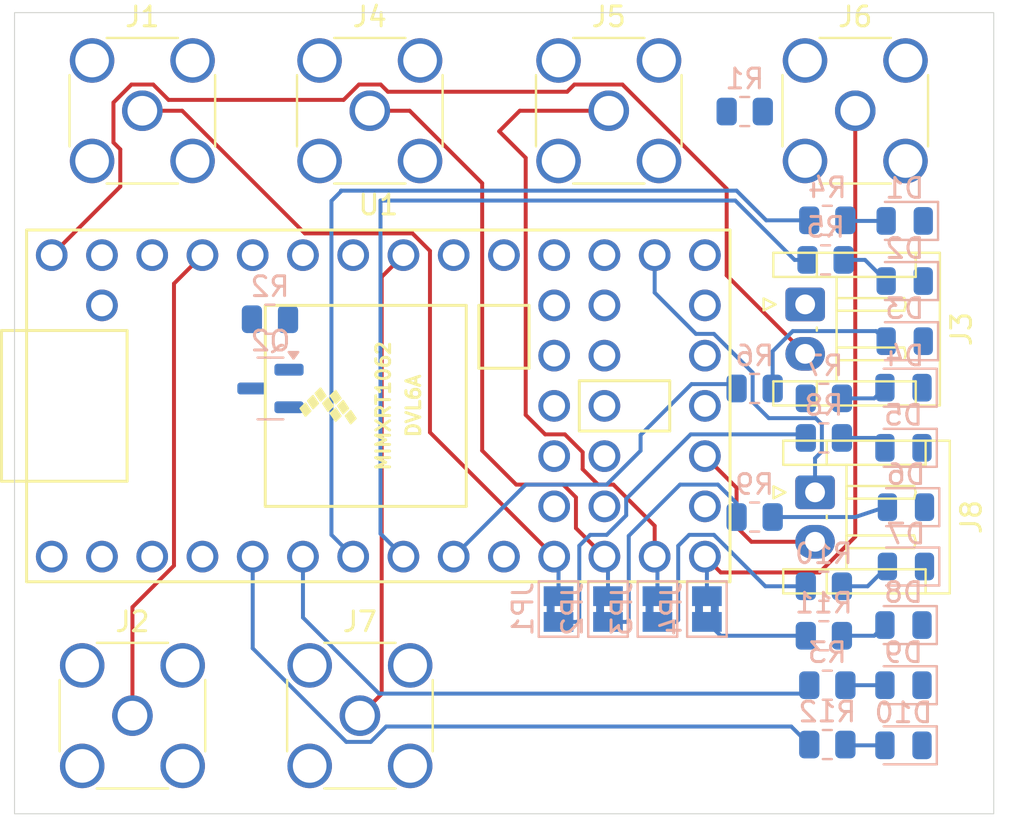
<source format=kicad_pcb>
(kicad_pcb (version 20240108) (generator "pcbnew") (generator_version "8.0")
  (layers (0 "F.Cu" signal) (31 "B.Cu" signal) (34 "B.Paste" user) (35 "F.Paste" user) (36 "B.SilkS" user "B.Silkscreen") (37 "F.SilkS" user "F.Silkscreen") (38 "B.Mask" user) (39 "F.Mask" user) (44 "Edge.Cuts" user))
  (net 0 "")
  (net 1 "/Laser -")
  (net 2 "/Laser +")
  (net 3 "/Laser Out")
  (net 4 "Net-(D1-A)")
  (net 5 "Net-(D2-A)")
  (net 6 "GND")
  (net 7 "Net-(D3-A)")
  (net 8 "Net-(D4-A)")
  (net 9 "Net-(D5-A)")
  (net 10 "Net-(D6-A)")
  (net 13 "Net-(D7-A)")
  (net 14 "Net-(D8-A)")
  (net 15 "Net-(D9-A)")
  (net 16 "Net-(D10-A)")
  (net 17 "/CH1{slash}LD3")
  (net 18 "/Ext. Trig. Inp.")
  (net 19 "/CH2{slash}LD2")
  (net 20 "/CH3{slash}LD1")
  (net 21 "/CH4{slash}LD_LSB")
  (net 22 "/Debug")
  (net 23 "+3.3V")
  (net 24 "/Photodet. Inp.")
  (net 25 "Net-(Q2-B)")
  (net 27 "/LD_Status")
  (net 28 "/LD_MSB")
  (net 29 "/LD6")
  (net 30 "/LD5")
  (net 31 "/LD4")
  (net 32 "/LD_Heartbeat")
  (net 55 "Net-(JP1-B)")
  (net 56 "Net-(JP2-B)")
  (net 57 "Net-(JP3-B)")
  (net 58 "Net-(JP4-B)")
  (footprint "Connector_Coaxial:SMA_Amphenol_132134_Vertical" (layer "F.Cu") (at 140 55.46)
    (property "Reference" "J6" (at 0 -4.75 0) (layer "F.SilkS"))
    (property "Value" "CH4 / Decimated Trig")
    (pad "1" thru_hole circle (at 0 0) (size 2.05 2.05) (drill 1.5) (layers "*.Cu" "*.Mask") (net 21 "/CH4{slash}LD_LSB"))
    (pad "2" thru_hole circle (at -2.54 -2.54) (size 2.25 2.25) (drill 1.7) (layers "*.Cu" "*.Mask") (net 6 "GND"))
    (pad "2" thru_hole circle (at -2.54 2.54) (size 2.25 2.25) (drill 1.7) (layers "*.Cu" "*.Mask") (net 6 "GND"))
    (pad "2" thru_hole circle (at 2.54 -2.54) (size 2.25 2.25) (drill 1.7) (layers "*.Cu" "*.Mask") (net 6 "GND"))
    (pad "2" thru_hole circle (at 2.54 2.54) (size 2.25 2.25) (drill 1.7) (layers "*.Cu" "*.Mask") (net 6 "GND"))
  )
  (footprint "Connector_Coaxial:SMA_Amphenol_132134_Vertical" (layer "F.Cu") (at 115.46 55.46)
    (property "Reference" "J4" (at 0 -4.75 0) (layer "F.SilkS"))
    (property "Value" "CH2")
    (pad "1" thru_hole circle (at 0 0) (size 2.05 2.05) (drill 1.5) (layers "*.Cu" "*.Mask") (net 19 "/CH2{slash}LD2"))
    (pad "2" thru_hole circle (at -2.54 -2.54) (size 2.25 2.25) (drill 1.7) (layers "*.Cu" "*.Mask") (net 6 "GND"))
    (pad "2" thru_hole circle (at -2.54 2.54) (size 2.25 2.25) (drill 1.7) (layers "*.Cu" "*.Mask") (net 6 "GND"))
    (pad "2" thru_hole circle (at 2.54 -2.54) (size 2.25 2.25) (drill 1.7) (layers "*.Cu" "*.Mask") (net 6 "GND"))
    (pad "2" thru_hole circle (at 2.54 2.54) (size 2.25 2.25) (drill 1.7) (layers "*.Cu" "*.Mask") (net 6 "GND"))
  )
  (footprint "Connector_Coaxial:SMA_Amphenol_132134_Vertical" (layer "F.Cu") (at 114.96 86.04)
    (property "Reference" "J7" (at 0 -4.75 0) (layer "F.SilkS"))
    (property "Value" "DEBUG")
    (pad "1" thru_hole circle (at 0 0) (size 2.05 2.05) (drill 1.5) (layers "*.Cu" "*.Mask") (net 22 "/Debug"))
    (pad "2" thru_hole circle (at -2.54 -2.54) (size 2.25 2.25) (drill 1.7) (layers "*.Cu" "*.Mask") (net 6 "GND"))
    (pad "2" thru_hole circle (at -2.54 2.54) (size 2.25 2.25) (drill 1.7) (layers "*.Cu" "*.Mask") (net 6 "GND"))
    (pad "2" thru_hole circle (at 2.54 -2.54) (size 2.25 2.25) (drill 1.7) (layers "*.Cu" "*.Mask") (net 6 "GND"))
    (pad "2" thru_hole circle (at 2.54 2.54) (size 2.25 2.25) (drill 1.7) (layers "*.Cu" "*.Mask") (net 6 "GND"))
  )
  (footprint "teensy:Teensy40" (layer "F.Cu") (at 115.89 70.38)
    (property "Reference" "U1" (at 0 -10.16 0) (layer "F.SilkS"))
    (property "Value" "Teensy4.0")
    (fp_text user "MIMXRT1062" (at 0.254 0 90) (layer "F.SilkS") (effects (font (size 0.7 0.7))))
    (fp_text user "DVL6A" (at 1.778 0 90) (layer "F.SilkS") (effects (font (size 0.7 0.7))))
    (pad "1" thru_hole circle (at -16.51 7.62) (size 1.6 1.6) (drill 1.1) (layers "*.Cu" "*.Mask") (net 6 "GND"))
    (pad "2" thru_hole circle (at -13.97 7.62) (size 1.6 1.6) (drill 1.1) (layers "*.Cu" "*.Mask"))
    (pad "3" thru_hole circle (at -11.43 7.62) (size 1.6 1.6) (drill 1.1) (layers "*.Cu" "*.Mask"))
    (pad "4" thru_hole circle (at -8.89 7.62) (size 1.6 1.6) (drill 1.1) (layers "*.Cu" "*.Mask"))
    (pad "5" thru_hole circle (at -6.35 7.62) (size 1.6 1.6) (drill 1.1) (layers "*.Cu" "*.Mask") (net 32 "/LD_Heartbeat"))
    (pad "6" thru_hole circle (at -3.81 7.62) (size 1.6 1.6) (drill 1.1) (layers "*.Cu" "*.Mask") (net 27 "/LD_Status"))
    (pad "7" thru_hole circle (at -1.27 7.62) (size 1.6 1.6) (drill 1.1) (layers "*.Cu" "*.Mask") (net 28 "/LD_MSB"))
    (pad "8" thru_hole circle (at 1.27 7.62) (size 1.6 1.6) (drill 1.1) (layers "*.Cu" "*.Mask") (net 29 "/LD6"))
    (pad "9" thru_hole circle (at 3.81 7.62) (size 1.6 1.6) (drill 1.1) (layers "*.Cu" "*.Mask") (net 30 "/LD5"))
    (pad "10" thru_hole circle (at 6.35 7.62) (size 1.6 1.6) (drill 1.1) (layers "*.Cu" "*.Mask") (net 31 "/LD4"))
    (pad "11" thru_hole circle (at 8.89 7.62) (size 1.6 1.6) (drill 1.1) (layers "*.Cu" "*.Mask") (net 17 "/CH1{slash}LD3"))
    (pad "12" thru_hole circle (at 11.43 7.62) (size 1.6 1.6) (drill 1.1) (layers "*.Cu" "*.Mask") (net 19 "/CH2{slash}LD2"))
    (pad "13" thru_hole circle (at 13.97 7.62) (size 1.6 1.6) (drill 1.1) (layers "*.Cu" "*.Mask") (net 20 "/CH3{slash}LD1"))
    (pad "14" thru_hole circle (at 16.51 7.62) (size 1.6 1.6) (drill 1.1) (layers "*.Cu" "*.Mask") (net 21 "/CH4{slash}LD_LSB"))
    (pad "15" thru_hole circle (at 16.51 5.08) (size 1.6 1.6) (drill 1.1) (layers "*.Cu" "*.Mask"))
    (pad "16" thru_hole circle (at 16.51 2.54) (size 1.6 1.6) (drill 1.1) (layers "*.Cu" "*.Mask") (net 23 "+3.3V"))
    (pad "17" thru_hole circle (at 16.51 0) (size 1.6 1.6) (drill 1.1) (layers "*.Cu" "*.Mask") (net 6 "GND"))
    (pad "18" thru_hole circle (at 16.51 -2.54) (size 1.6 1.6) (drill 1.1) (layers "*.Cu" "*.Mask"))
    (pad "19" thru_hole circle (at 16.51 -5.08) (size 1.6 1.6) (drill 1.1) (layers "*.Cu" "*.Mask"))
    (pad "20" thru_hole circle (at 16.51 -7.62) (size 1.6 1.6) (drill 1.1) (layers "*.Cu" "*.Mask"))
    (pad "21" thru_hole circle (at 13.97 -7.62) (size 1.6 1.6) (drill 1.1) (layers "*.Cu" "*.Mask") (net 24 "/Photodet. Inp."))
    (pad "22" thru_hole circle (at 11.43 -7.62) (size 1.6 1.6) (drill 1.1) (layers "*.Cu" "*.Mask"))
    (pad "23" thru_hole circle (at 8.89 -7.62) (size 1.6 1.6) (drill 1.1) (layers "*.Cu" "*.Mask"))
    (pad "24" thru_hole circle (at 6.35 -7.62) (size 1.6 1.6) (drill 1.1) (layers "*.Cu" "*.Mask"))
    (pad "25" thru_hole circle (at 3.81 -7.62) (size 1.6 1.6) (drill 1.1) (layers "*.Cu" "*.Mask"))
    (pad "26" thru_hole circle (at 1.27 -7.62) (size 1.6 1.6) (drill 1.1) (layers "*.Cu" "*.Mask") (net 22 "/Debug"))
    (pad "27" thru_hole circle (at -1.27 -7.62) (size 1.6 1.6) (drill 1.1) (layers "*.Cu" "*.Mask"))
    (pad "28" thru_hole circle (at -3.81 -7.62) (size 1.6 1.6) (drill 1.1) (layers "*.Cu" "*.Mask"))
    (pad "29" thru_hole circle (at -6.35 -7.62) (size 1.6 1.6) (drill 1.1) (layers "*.Cu" "*.Mask") (net 3 "/Laser Out"))
    (pad "30" thru_hole circle (at -8.89 -7.62) (size 1.6 1.6) (drill 1.1) (layers "*.Cu" "*.Mask") (net 18 "/Ext. Trig. Inp."))
    (pad "31" thru_hole circle (at -11.43 -7.62) (size 1.6 1.6) (drill 1.1) (layers "*.Cu" "*.Mask"))
    (pad "32" thru_hole circle (at -13.97 -7.62) (size 1.6 1.6) (drill 1.1) (layers "*.Cu" "*.Mask") (net 6 "GND"))
    (pad "33" thru_hole circle (at -16.51 -7.62) (size 1.6 1.6) (drill 1.1) (layers "*.Cu" "*.Mask") (net 2 "/Laser +"))
    (pad "34" thru_hole circle (at -13.97 -5.08) (size 1.6 1.6) (drill 1.1) (layers "*.Cu" "*.Mask"))
    (pad "35" thru_hole circle (at 11.43 -5.08) (size 1.6 1.6) (drill 1.1) (layers "*.Cu" "*.Mask"))
    (pad "36" thru_hole circle (at 8.89 -5.08) (size 1.6 1.6) (drill 1.1) (layers "*.Cu" "*.Mask"))
    (pad "37" thru_hole circle (at 11.43 -2.54) (size 1.6 1.6) (drill 1.1) (layers "*.Cu" "*.Mask"))
    (pad "38" thru_hole circle (at 8.89 -2.54) (size 1.6 1.6) (drill 1.1) (layers "*.Cu" "*.Mask"))
    (pad "39" thru_hole circle (at 11.43 0) (size 1.6 1.6) (drill 1.1) (layers "*.Cu" "*.Mask"))
    (pad "40" thru_hole circle (at 8.89 0) (size 1.6 1.6) (drill 1.1) (layers "*.Cu" "*.Mask"))
    (pad "41" thru_hole circle (at 11.43 2.54) (size 1.6 1.6) (drill 1.1) (layers "*.Cu" "*.Mask"))
    (pad "42" thru_hole circle (at 8.89 2.54) (size 1.6 1.6) (drill 1.1) (layers "*.Cu" "*.Mask"))
    (pad "43" thru_hole circle (at 11.43 5.08) (size 1.6 1.6) (drill 1.1) (layers "*.Cu" "*.Mask"))
    (pad "44" thru_hole circle (at 8.89 5.08) (size 1.6 1.6) (drill 1.1) (layers "*.Cu" "*.Mask"))
  )
  (footprint "Connector_JST:JST_EH_S2B-EH_1x02_P2.50mm_Horizontal" (layer "F.Cu") (at 137.4675 65.25 -90)
    (property "Reference" "J3" (at 1.25 -7.9 90) (layer "F.SilkS"))
    (property "Value" "LASER")
    (pad "1" thru_hole roundrect (at 0 0 270) (size 1.7 2) (drill 1) (layers "*.Cu" "*.Mask") (roundrect_rratio 0.147059) (net 1 "/Laser -"))
    (pad "2" thru_hole oval (at 2.5 0 270) (size 1.7 2) (drill 1) (layers "*.Cu" "*.Mask") (net 2 "/Laser +"))
  )
  (footprint "Connector_Coaxial:SMA_Amphenol_132134_Vertical" (layer "F.Cu") (at 103.96 55.46)
    (property "Reference" "J1" (at 0 -4.75 0) (layer "F.SilkS"))
    (property "Value" "CH1")
    (pad "1" thru_hole circle (at 0 0) (size 2.05 2.05) (drill 1.5) (layers "*.Cu" "*.Mask") (net 17 "/CH1{slash}LD3"))
    (pad "2" thru_hole circle (at -2.54 -2.54) (size 2.25 2.25) (drill 1.7) (layers "*.Cu" "*.Mask") (net 6 "GND"))
    (pad "2" thru_hole circle (at -2.54 2.54) (size 2.25 2.25) (drill 1.7) (layers "*.Cu" "*.Mask") (net 6 "GND"))
    (pad "2" thru_hole circle (at 2.54 -2.54) (size 2.25 2.25) (drill 1.7) (layers "*.Cu" "*.Mask") (net 6 "GND"))
    (pad "2" thru_hole circle (at 2.54 2.54) (size 2.25 2.25) (drill 1.7) (layers "*.Cu" "*.Mask") (net 6 "GND"))
  )
  (footprint "Connector_Coaxial:SMA_Amphenol_132134_Vertical" (layer "F.Cu") (at 103.46 86.04)
    (property "Reference" "J2" (at 0 -4.75 0) (layer "F.SilkS"))
    (property "Value" "TRIG INP")
    (pad "1" thru_hole circle (at 0 0) (size 2.05 2.05) (drill 1.5) (layers "*.Cu" "*.Mask") (net 18 "/Ext. Trig. Inp."))
    (pad "2" thru_hole circle (at -2.54 -2.54) (size 2.25 2.25) (drill 1.7) (layers "*.Cu" "*.Mask") (net 6 "GND"))
    (pad "2" thru_hole circle (at -2.54 2.54) (size 2.25 2.25) (drill 1.7) (layers "*.Cu" "*.Mask") (net 6 "GND"))
    (pad "2" thru_hole circle (at 2.54 -2.54) (size 2.25 2.25) (drill 1.7) (layers "*.Cu" "*.Mask") (net 6 "GND"))
    (pad "2" thru_hole circle (at 2.54 2.54) (size 2.25 2.25) (drill 1.7) (layers "*.Cu" "*.Mask") (net 6 "GND"))
  )
  (footprint "Connector_JST:JST_EH_S2B-EH_1x02_P2.50mm_Horizontal" (layer "F.Cu") (at 137.9675 74.75 -90)
    (property "Reference" "J8" (at 1.25 -7.9 90) (layer "F.SilkS"))
    (property "Value" "PHOTOTRANSISTOR")
    (pad "1" thru_hole roundrect (at 0 0 270) (size 1.7 2) (drill 1) (layers "*.Cu" "*.Mask") (roundrect_rratio 0.147059) (net 24 "/Photodet. Inp."))
    (pad "2" thru_hole oval (at 2.5 0 270) (size 1.7 2) (drill 1) (layers "*.Cu" "*.Mask") (net 23 "+3.3V"))
  )
  (footprint "Connector_Coaxial:SMA_Amphenol_132134_Vertical" (layer "F.Cu") (at 127.54 55.46)
    (property "Reference" "J5" (at 0 -4.75 0) (layer "F.SilkS"))
    (property "Value" "CH3")
    (pad "1" thru_hole circle (at 0 0) (size 2.05 2.05) (drill 1.5) (layers "*.Cu" "*.Mask") (net 20 "/CH3{slash}LD1"))
    (pad "2" thru_hole circle (at -2.54 -2.54) (size 2.25 2.25) (drill 1.7) (layers "*.Cu" "*.Mask") (net 6 "GND"))
    (pad "2" thru_hole circle (at -2.54 2.54) (size 2.25 2.25) (drill 1.7) (layers "*.Cu" "*.Mask") (net 6 "GND"))
    (pad "2" thru_hole circle (at 2.54 -2.54) (size 2.25 2.25) (drill 1.7) (layers "*.Cu" "*.Mask") (net 6 "GND"))
    (pad "2" thru_hole circle (at 2.54 2.54) (size 2.25 2.25) (drill 1.7) (layers "*.Cu" "*.Mask") (net 6 "GND"))
  )
  (footprint "Jumper:SolderJumper-2_P1.3mm_Bridged2Bar_Pad1.0x1.5mm" (layer "B.Cu") (at 130 80.65 -90)
    (property "Reference" "JP3" (at 0 1.8 90) (layer "B.SilkS") (effects (justify mirror)))
    (property "Value" "Isolator")
    (fp_poly (pts (xy -0.25 0.6) (xy 0.25 0.6) (xy 0.25 0.2) (xy -0.25 0.2)) (fill solid) (layer "B.Cu"))
    (fp_poly (pts (xy -0.25 -0.2) (xy 0.25 -0.2) (xy 0.25 -0.6) (xy -0.25 -0.6)) (fill solid) (layer "B.Cu"))
    (pad "1" smd rect (at -0.65 0 270) (size 1 1.5) (layers "B.Cu" "B.Mask") (net 20 "/CH3{slash}LD1"))
    (pad "2" smd rect (at 0.65 0 270) (size 1 1.5) (layers "B.Cu" "B.Mask") (net 57 "Net-(JP3-B)"))
  )
  (footprint "LED_SMD:LED_0805_2012Metric" (layer "B.Cu") (at 142.5 67.11 180)
    (property "Reference" "D3" (at 0 1.65 180) (layer "B.SilkS") (effects (justify mirror)))
    (property "Value" "LED")
    (pad "1" smd roundrect (at -0.9375 0 180) (size 0.975 1.4) (layers "B.Cu" "B.Paste" "B.Mask") (net 6 "GND"))
    (pad "2" smd roundrect (at 0.9375 0 180) (size 0.975 1.4) (layers "B.Cu" "B.Paste" "B.Mask") (net 7 "Net-(D3-A)"))
  )
  (footprint "Resistor_SMD:R_0805_2012Metric" (layer "B.Cu") (at 138.4125 82 180)
    (property "Reference" "R11" (at 0 1.65 180) (layer "B.SilkS") (effects (justify mirror)))
    (property "Value" "330R")
    (pad "1" smd roundrect (at -0.9125 0 180) (size 1.025 1.4) (layers "B.Cu" "B.Paste" "B.Mask") (roundrect_rratio 0.243902) (net 14 "Net-(D8-A)"))
    (pad "2" smd roundrect (at 0.9125 0 180) (size 1.025 1.4) (layers "B.Cu" "B.Paste" "B.Mask") (roundrect_rratio 0.243902) (net 58 "Net-(JP4-B)"))
  )
  (footprint "Package_TO_SOT_SMD:SOT-23" (layer "B.Cu") (at 110.4375 69.5 180)
    (property "Reference" "Q2" (at 0 2.4 180) (layer "B.SilkS") (effects (justify mirror)))
    (property "Value" "Q_NPN_BCE")
    (pad "1" smd roundrect (at -0.9375 0.95 180) (size 1.475 0.6) (layers "B.Cu" "B.Paste" "B.Mask") (net 25 "Net-(Q2-B)"))
    (pad "2" smd roundrect (at -0.9375 -0.95 180) (size 1.475 0.6) (layers "B.Cu" "B.Paste" "B.Mask") (net 1 "/Laser -"))
    (pad "3" smd roundrect (at 0.9375 0 180) (size 1.475 0.6) (layers "B.Cu" "B.Paste" "B.Mask") (net 6 "GND"))
  )
  (footprint "LED_SMD:LED_0805_2012Metric" (layer "B.Cu") (at 142.5625 75.5 180)
    (property "Reference" "D6" (at 0 1.65 180) (layer "B.SilkS") (effects (justify mirror)))
    (property "Value" "LED")
    (pad "1" smd roundrect (at -0.9375 0 180) (size 0.975 1.4) (layers "B.Cu" "B.Paste" "B.Mask") (net 6 "GND"))
    (pad "2" smd roundrect (at 0.9375 0 180) (size 0.975 1.4) (layers "B.Cu" "B.Paste" "B.Mask") (net 10 "Net-(D6-A)"))
  )
  (footprint "Resistor_SMD:R_0805_2012Metric" (layer "B.Cu") (at 138.5875 87.5 180)
    (property "Reference" "R12" (at 0 1.65 180) (layer "B.SilkS") (effects (justify mirror)))
    (property "Value" "330R")
    (pad "1" smd roundrect (at -0.9125 0 180) (size 1.025 1.4) (layers "B.Cu" "B.Paste" "B.Mask") (roundrect_rratio 0.243902) (net 16 "Net-(D10-A)"))
    (pad "2" smd roundrect (at 0.9125 0 180) (size 1.025 1.4) (layers "B.Cu" "B.Paste" "B.Mask") (roundrect_rratio 0.243902) (net 32 "/LD_Heartbeat"))
  )
  (footprint "LED_SMD:LED_0805_2012Metric" (layer "B.Cu") (at 142.5 61.03 180)
    (property "Reference" "D1" (at 0 1.65 180) (layer "B.SilkS") (effects (justify mirror)))
    (property "Value" "LED")
    (pad "1" smd roundrect (at -0.9375 0 180) (size 0.975 1.4) (layers "B.Cu" "B.Paste" "B.Mask") (net 6 "GND"))
    (pad "2" smd roundrect (at 0.9375 0 180) (size 0.975 1.4) (layers "B.Cu" "B.Paste" "B.Mask") (net 4 "Net-(D1-A)"))
  )
  (footprint "LED_SMD:LED_0805_2012Metric" (layer "B.Cu") (at 142.4375 84.5 180)
    (property "Reference" "D9" (at 0 1.65 180) (layer "B.SilkS") (effects (justify mirror)))
    (property "Value" "LED_Status")
    (pad "1" smd roundrect (at -0.9375 0 180) (size 0.975 1.4) (layers "B.Cu" "B.Paste" "B.Mask") (net 6 "GND"))
    (pad "2" smd roundrect (at 0.9375 0 180) (size 0.975 1.4) (layers "B.Cu" "B.Paste" "B.Mask") (net 15 "Net-(D9-A)"))
  )
  (footprint "LED_SMD:LED_0805_2012Metric" (layer "B.Cu") (at 142.4375 87.54 180)
    (property "Reference" "D10" (at 0 1.65 180) (layer "B.SilkS") (effects (justify mirror)))
    (property "Value" "LED_Heartbeat")
    (pad "1" smd roundrect (at -0.9375 0 180) (size 0.975 1.4) (layers "B.Cu" "B.Paste" "B.Mask") (net 6 "GND"))
    (pad "2" smd roundrect (at 0.9375 0 180) (size 0.975 1.4) (layers "B.Cu" "B.Paste" "B.Mask") (net 16 "Net-(D10-A)"))
  )
  (footprint "Resistor_SMD:R_0805_2012Metric" (layer "B.Cu") (at 138.5875 61 180)
    (property "Reference" "R4" (at 0 1.65 180) (layer "B.SilkS") (effects (justify mirror)))
    (property "Value" "330R")
    (pad "1" smd roundrect (at -0.9125 0 180) (size 1.025 1.4) (layers "B.Cu" "B.Paste" "B.Mask") (roundrect_rratio 0.243902) (net 4 "Net-(D1-A)"))
    (pad "2" smd roundrect (at 0.9125 0 180) (size 1.025 1.4) (layers "B.Cu" "B.Paste" "B.Mask") (roundrect_rratio 0.243902) (net 28 "/LD_MSB"))
  )
  (footprint "Resistor_SMD:R_0805_2012Metric" (layer "B.Cu") (at 110.4125 66 180)
    (property "Reference" "R2" (at 0 1.65 180) (layer "B.SilkS") (effects (justify mirror)))
    (property "Value" "1K")
    (pad "1" smd roundrect (at -0.9125 0 180) (size 1.025 1.4) (layers "B.Cu" "B.Paste" "B.Mask") (roundrect_rratio 0.243902) (net 25 "Net-(Q2-B)"))
    (pad "2" smd roundrect (at 0.9125 0 180) (size 1.025 1.4) (layers "B.Cu" "B.Paste" "B.Mask") (roundrect_rratio 0.243902) (net 3 "/Laser Out"))
  )
  (footprint "LED_SMD:LED_0805_2012Metric" (layer "B.Cu") (at 142.5 64.07 180)
    (property "Reference" "D2" (at 0 1.65 180) (layer "B.SilkS") (effects (justify mirror)))
    (property "Value" "LED")
    (pad "1" smd roundrect (at -0.9375 0 180) (size 0.975 1.4) (layers "B.Cu" "B.Paste" "B.Mask") (net 6 "GND"))
    (pad "2" smd roundrect (at 0.9375 0 180) (size 0.975 1.4) (layers "B.Cu" "B.Paste" "B.Mask") (net 5 "Net-(D2-A)"))
  )
  (footprint "Resistor_SMD:R_0805_2012Metric" (layer "B.Cu") (at 138.4125 70 180)
    (property "Reference" "R7" (at 0 1.65 180) (layer "B.SilkS") (effects (justify mirror)))
    (property "Value" "330R")
    (pad "1" smd roundrect (at -0.9125 0 180) (size 1.025 1.4) (layers "B.Cu" "B.Paste" "B.Mask") (roundrect_rratio 0.243902) (net 8 "Net-(D4-A)"))
    (pad "2" smd roundrect (at 0.9125 0 180) (size 1.025 1.4) (layers "B.Cu" "B.Paste" "B.Mask") (roundrect_rratio 0.243902) (net 31 "/LD4"))
  )
  (footprint "LED_SMD:LED_0805_2012Metric" (layer "B.Cu") (at 142.4375 69.46 180)
    (property "Reference" "D4" (at -0.0625 1.61 180) (layer "B.SilkS") (effects (justify mirror)))
    (property "Value" "LED")
    (pad "1" smd roundrect (at -0.9375 0 180) (size 0.975 1.4) (layers "B.Cu" "B.Paste" "B.Mask") (net 6 "GND"))
    (pad "2" smd roundrect (at 0.9375 0 180) (size 0.975 1.4) (layers "B.Cu" "B.Paste" "B.Mask") (net 8 "Net-(D4-A)"))
  )
  (footprint "Jumper:SolderJumper-2_P1.3mm_Bridged2Bar_Pad1.0x1.5mm" (layer "B.Cu") (at 132.5 80.65 -90)
    (property "Reference" "JP4" (at 0 1.8 90) (layer "B.SilkS") (effects (justify mirror)))
    (property "Value" "Isolator")
    (fp_poly (pts (xy -0.25 0.6) (xy 0.25 0.6) (xy 0.25 0.2) (xy -0.25 0.2)) (fill solid) (layer "B.Cu"))
    (fp_poly (pts (xy -0.25 -0.2) (xy 0.25 -0.2) (xy 0.25 -0.6) (xy -0.25 -0.6)) (fill solid) (layer "B.Cu"))
    (pad "1" smd rect (at -0.65 0 270) (size 1 1.5) (layers "B.Cu" "B.Mask") (net 21 "/CH4{slash}LD_LSB"))
    (pad "2" smd rect (at 0.65 0 270) (size 1 1.5) (layers "B.Cu" "B.Mask") (net 58 "Net-(JP4-B)"))
  )
  (footprint "LED_SMD:LED_0805_2012Metric" (layer "B.Cu") (at 142.5625 78.5 180)
    (property "Reference" "D7" (at 0 1.65 180) (layer "B.SilkS") (effects (justify mirror)))
    (property "Value" "LED")
    (pad "1" smd roundrect (at -0.9375 0 180) (size 0.975 1.4) (layers "B.Cu" "B.Paste" "B.Mask") (net 6 "GND"))
    (pad "2" smd roundrect (at 0.9375 0 180) (size 0.975 1.4) (layers "B.Cu" "B.Paste" "B.Mask") (net 13 "Net-(D7-A)"))
  )
  (footprint "Resistor_SMD:R_0805_2012Metric" (layer "B.Cu") (at 138.5 63 180)
    (property "Reference" "R5" (at 0 1.65 180) (layer "B.SilkS") (effects (justify mirror)))
    (property "Value" "330R")
    (pad "1" smd roundrect (at -0.9125 0 180) (size 1.025 1.4) (layers "B.Cu" "B.Paste" "B.Mask") (roundrect_rratio 0.243902) (net 5 "Net-(D2-A)"))
    (pad "2" smd roundrect (at 0.9125 0 180) (size 1.025 1.4) (layers "B.Cu" "B.Paste" "B.Mask") (roundrect_rratio 0.243902) (net 29 "/LD6"))
  )
  (footprint "Resistor_SMD:R_0805_2012Metric" (layer "B.Cu") (at 134.4125 55.5 180)
    (property "Reference" "R1" (at 0 1.65 180) (layer "B.SilkS") (effects (justify mirror)))
    (property "Value" "R_Variable")
    (pad "1" smd roundrect (at -0.9125 0 180) (size 1.025 1.4) (layers "B.Cu" "B.Paste" "B.Mask") (roundrect_rratio 0.243902) (net 6 "GND"))
    (pad "2" smd roundrect (at 0.9125 0 180) (size 1.025 1.4) (layers "B.Cu" "B.Paste" "B.Mask") (roundrect_rratio 0.243902) (net 24 "/Photodet. Inp."))
  )
  (footprint "LED_SMD:LED_0805_2012Metric" (layer "B.Cu") (at 142.4375 81.46 180)
    (property "Reference" "D8" (at 0 1.65 180) (layer "B.SilkS") (effects (justify mirror)))
    (property "Value" "LED")
    (pad "1" smd roundrect (at -0.9375 0 180) (size 0.975 1.4) (layers "B.Cu" "B.Paste" "B.Mask") (net 6 "GND"))
    (pad "2" smd roundrect (at 0.9375 0 180) (size 0.975 1.4) (layers "B.Cu" "B.Paste" "B.Mask") (net 14 "Net-(D8-A)"))
  )
  (footprint "Resistor_SMD:R_0805_2012Metric" (layer "B.Cu") (at 138.4125 79.5 180)
    (property "Reference" "R10" (at 0 1.65 180) (layer "B.SilkS") (effects (justify mirror)))
    (property "Value" "330R")
    (pad "1" smd roundrect (at -0.9125 0 180) (size 1.025 1.4) (layers "B.Cu" "B.Paste" "B.Mask") (roundrect_rratio 0.243902) (net 13 "Net-(D7-A)"))
    (pad "2" smd roundrect (at 0.9125 0 180) (size 1.025 1.4) (layers "B.Cu" "B.Paste" "B.Mask") (roundrect_rratio 0.243902) (net 57 "Net-(JP3-B)"))
  )
  (footprint "Jumper:SolderJumper-2_P1.3mm_Bridged2Bar_Pad1.0x1.5mm" (layer "B.Cu") (at 127.5 80.65 -90)
    (property "Reference" "JP2" (at 0 1.8 90) (layer "B.SilkS") (effects (justify mirror)))
    (property "Value" "Isolator")
    (fp_poly (pts (xy -0.25 0.6) (xy 0.25 0.6) (xy 0.25 0.2) (xy -0.25 0.2)) (fill solid) (layer "B.Cu"))
    (fp_poly (pts (xy -0.25 -0.2) (xy 0.25 -0.2) (xy 0.25 -0.6) (xy -0.25 -0.6)) (fill solid) (layer "B.Cu"))
    (pad "1" smd rect (at -0.65 0 270) (size 1 1.5) (layers "B.Cu" "B.Mask") (net 19 "/CH2{slash}LD2"))
    (pad "2" smd rect (at 0.65 0 270) (size 1 1.5) (layers "B.Cu" "B.Mask") (net 56 "Net-(JP2-B)"))
  )
  (footprint "LED_SMD:LED_0805_2012Metric" (layer "B.Cu") (at 142.4375 72.5 180)
    (property "Reference" "D5" (at 0 1.65 180) (layer "B.SilkS") (effects (justify mirror)))
    (property "Value" "LED")
    (pad "1" smd roundrect (at -0.9375 0 180) (size 0.975 1.4) (layers "B.Cu" "B.Paste" "B.Mask") (net 6 "GND"))
    (pad "2" smd roundrect (at 0.9375 0 180) (size 0.975 1.4) (layers "B.Cu" "B.Paste" "B.Mask") (net 9 "Net-(D5-A)"))
  )
  (footprint "Resistor_SMD:R_0805_2012Metric" (layer "B.Cu") (at 138.5875 84.5 180)
    (property "Reference" "R3" (at 0 1.65 180) (layer "B.SilkS") (effects (justify mirror)))
    (property "Value" "330R")
    (pad "1" smd roundrect (at -0.9125 0 180) (size 1.025 1.4) (layers "B.Cu" "B.Paste" "B.Mask") (roundrect_rratio 0.243902) (net 15 "Net-(D9-A)"))
    (pad "2" smd roundrect (at 0.9125 0 180) (size 1.025 1.4) (layers "B.Cu" "B.Paste" "B.Mask") (roundrect_rratio 0.243902) (net 27 "/LD_Status"))
  )
  (footprint "Jumper:SolderJumper-2_P1.3mm_Bridged2Bar_Pad1.0x1.5mm" (layer "B.Cu") (at 125 80.65 -90)
    (property "Reference" "JP1" (at 0 1.8 90) (layer "B.SilkS") (effects (justify mirror)))
    (property "Value" "Isolator")
    (fp_poly (pts (xy -0.25 0.6) (xy 0.25 0.6) (xy 0.25 0.2) (xy -0.25 0.2)) (fill solid) (layer "B.Cu"))
    (fp_poly (pts (xy -0.25 -0.2) (xy 0.25 -0.2) (xy 0.25 -0.6) (xy -0.25 -0.6)) (fill solid) (layer "B.Cu"))
    (pad "1" smd rect (at -0.65 0 270) (size 1 1.5) (layers "B.Cu" "B.Mask") (net 17 "/CH1{slash}LD3"))
    (pad "2" smd rect (at 0.65 0 270) (size 1 1.5) (layers "B.Cu" "B.Mask") (net 55 "Net-(JP1-B)"))
  )
  (footprint "Resistor_SMD:R_0805_2012Metric" (layer "B.Cu") (at 134.9125 69.5 180)
    (property "Reference" "R6" (at 0 1.65 180) (layer "B.SilkS") (effects (justify mirror)))
    (property "Value" "330R")
    (pad "1" smd roundrect (at -0.9125 0 180) (size 1.025 1.4) (layers "B.Cu" "B.Paste" "B.Mask") (roundrect_rratio 0.243902) (net 7 "Net-(D3-A)"))
    (pad "2" smd roundrect (at 0.9125 0 180) (size 1.025 1.4) (layers "B.Cu" "B.Paste" "B.Mask") (roundrect_rratio 0.243902) (net 30 "/LD5"))
  )
  (footprint "Resistor_SMD:R_0805_2012Metric" (layer "B.Cu") (at 138.4125 72 180)
    (property "Reference" "R8" (at 0 1.65 180) (layer "B.SilkS") (effects (justify mirror)))
    (property "Value" "330R")
    (pad "1" smd roundrect (at -0.9125 0 180) (size 1.025 1.4) (layers "B.Cu" "B.Paste" "B.Mask") (roundrect_rratio 0.243902) (net 9 "Net-(D5-A)"))
    (pad "2" smd roundrect (at 0.9125 0 180) (size 1.025 1.4) (layers "B.Cu" "B.Paste" "B.Mask") (roundrect_rratio 0.243902) (net 55 "Net-(JP1-B)"))
  )
  (footprint "Resistor_SMD:R_0805_2012Metric" (layer "B.Cu") (at 134.9125 76 180)
    (property "Reference" "R9" (at 0 1.65 180) (layer "B.SilkS") (effects (justify mirror)))
    (property "Value" "330R")
    (pad "1" smd roundrect (at -0.9125 0 180) (size 1.025 1.4) (layers "B.Cu" "B.Paste" "B.Mask") (roundrect_rratio 0.243902) (net 10 "Net-(D6-A)"))
    (pad "2" smd roundrect (at 0.9125 0 180) (size 1.025 1.4) (layers "B.Cu" "B.Paste" "B.Mask") (roundrect_rratio 0.243902) (net 56 "Net-(JP2-B)"))
  )
  (gr_line (start 136 76) (end 140 76) (stroke (width 0.2)) (layer "B.Cu") (net 10))
  (gr_line (start 127.5 80) (end 127.5 78.5) (stroke (width 0.2)) (layer "B.Cu") (net 19))
  (gr_line (start 140 76) (end 141.5 75.5) (stroke (width 0.2)) (layer "B.Cu") (net 10))
  (gr_line (start 125 80) (end 125 78.5) (stroke (width 0.2)) (layer "B.Cu") (net 17))
  (gr_line (start 130 80) (end 130 78.5) (stroke (width 0.2)) (layer "B.Cu") (net 20))
  (gr_line (start 132.5 80) (end 132.5 78.5) (stroke (width 0.2)) (layer "B.Cu") (net 21))
  (gr_rect (start 97.5 50.5) (end 147 91) (stroke (width 0.05)) (fill none) (layer "Edge.Cuts"))
  (segment (start 116.373833 54.5) (end 116.008833 54.135) (width 0.2) (layer "F.Cu") (net 2))
  (segment (start 102.845 57.409745) (end 102.845 59.295) (width 0.2) (layer "F.Cu") (net 2))
  (segment (start 133.5 59.404745) (end 128.230255 54.135) (width 0.2) (layer "F.Cu") (net 2))
  (segment (start 102.5 55.046167) (end 102.5 57.064745) (width 0.2) (layer "F.Cu") (net 2))
  (segment (start 137.4675 67.75) (end 133.5 63.7825) (width 0.2) (layer "F.Cu") (net 2))
  (segment (start 114.911167 54.135) (end 114.135 54.911167) (width 0.2) (layer "F.Cu") (net 2))
  (segment (start 128.230255 54.135) (end 125.800255 54.135) (width 0.2) (layer "F.Cu") (net 2))
  (segment (start 102.845 59.295) (end 99.38 62.76) (width 0.2) (layer "F.Cu") (net 2))
  (segment (start 103.411167 54.135) (end 102.5 55.046167) (width 0.2) (layer "F.Cu") (net 2))
  (segment (start 125.800255 54.135) (end 125.435255 54.5) (width 0.2) (layer "F.Cu") (net 2))
  (segment (start 133.5 63.7825) (end 133.5 59.404745) (width 0.2) (layer "F.Cu") (net 2))
  (segment (start 104.508833 54.135) (end 103.411167 54.135) (width 0.2) (layer "F.Cu") (net 2))
  (segment (start 114.135 54.911167) (end 105.285 54.911167) (width 0.2) (layer "F.Cu") (net 2))
  (segment (start 105.285 54.911167) (end 104.508833 54.135) (width 0.2) (layer "F.Cu") (net 2))
  (segment (start 102.5 57.064745) (end 102.845 57.409745) (width 0.2) (layer "F.Cu") (net 2))
  (segment (start 125.435255 54.5) (end 116.373833 54.5) (width 0.2) (layer "F.Cu") (net 2))
  (segment (start 116.008833 54.135) (end 114.911167 54.135) (width 0.2) (layer "F.Cu") (net 2))
  (segment (start 139.53 61.03) (end 139.5 61) (width 0.2) (layer "B.Cu") (net 4))
  (segment (start 141.5625 61.03) (end 139.53 61.03) (width 0.2) (layer "B.Cu") (net 4))
  (segment (start 141.5625 64.07) (end 140.4925 63) (width 0.2) (layer "B.Cu") (net 5))
  (segment (start 140.4925 63) (end 139.4125 63) (width 0.2) (layer "B.Cu") (net 5))
  (segment (start 141.0525 66.6) (end 136.841154 66.6) (width 0.2) (layer "B.Cu") (net 7))
  (segment (start 136.841154 66.6) (end 135.825 67.616154) (width 0.2) (layer "B.Cu") (net 7))
  (segment (start 141.5625 67.11) (end 141.0525 66.6) (width 0.2) (layer "B.Cu") (net 7))
  (segment (start 135.825 67.616154) (end 135.825 69.5) (width 0.2) (layer "B.Cu") (net 7))
  (segment (start 140.96 70) (end 139.325 70) (width 0.2) (layer "B.Cu") (net 8))
  (segment (start 141.5 69.46) (end 140.96 70) (width 0.2) (layer "B.Cu") (net 8))
  (segment (start 141 72) (end 139.325 72) (width 0.2) (layer "B.Cu") (net 9))
  (segment (start 141.5 72.5) (end 141 72) (width 0.2) (layer "B.Cu") (net 9))
  (segment (start 140.625 79.5) (end 139.325 79.5) (width 0.2) (layer "B.Cu") (net 13))
  (segment (start 141.625 78.5) (end 140.625 79.5) (width 0.2) (layer "B.Cu") (net 13))
  (segment (start 141.5 81.46) (end 140.96 82) (width 0.2) (layer "B.Cu") (net 14))
  (segment (start 140.96 82) (end 139.325 82) (width 0.2) (layer "B.Cu") (net 14))
  (segment (start 141.5 84.5) (end 139.5 84.5) (width 0.2) (layer "B.Cu") (net 15))
  (segment (start 141.5 87.54) (end 139.54 87.54) (width 0.2) (layer "B.Cu") (net 16))
  (segment (start 139.54 87.54) (end 139.5 87.5) (width 0.2) (layer "B.Cu") (net 16))
  (segment (start 103.96 55.46) (end 105.975255 55.46) (width 0.2) (layer "F.Cu") (net 17))
  (segment (start 112.175255 61.66) (end 117.615635 61.66) (width 0.2) (layer "F.Cu") (net 17))
  (segment (start 117.615635 61.66) (end 118.5 62.544365) (width 0.2) (layer "F.Cu") (net 17))
  (segment (start 118.5 62.544365) (end 118.5 71.72) (width 0.2) (layer "F.Cu") (net 17))
  (segment (start 105.975255 55.46) (end 112.175255 61.66) (width 0.2) (layer "F.Cu") (net 17))
  (segment (start 118.5 71.72) (end 124.78 78) (width 0.2) (layer "F.Cu") (net 17))
  (segment (start 103.46 80.555635) (end 105.56 78.455635) (width 0.2) (layer "F.Cu") (net 18))
  (segment (start 105.56 78.455635) (end 105.56 64.2) (width 0.2) (layer "F.Cu") (net 18))
  (segment (start 105.56 64.2) (end 107 62.76) (width 0.2) (layer "F.Cu") (net 18))
  (segment (start 103.46 86.04) (end 103.46 80.555635) (width 0.2) (layer "F.Cu") (net 18))
  (segment (start 125.88 75.004365) (end 125.88 76.56) (width 0.2) (layer "F.Cu") (net 19))
  (segment (start 122.86 74.36) (end 125.235635 74.36) (width 0.2) (layer "F.Cu") (net 19))
  (segment (start 125.88 76.56) (end 127.32 78) (width 0.2) (layer "F.Cu") (net 19))
  (segment (start 121.14 72.64) (end 122.86 74.36) (width 0.2) (layer "F.Cu") (net 19))
  (segment (start 121.14 59.124745) (end 121.14 72.64) (width 0.2) (layer "F.Cu") (net 19))
  (segment (start 115.46 55.46) (end 117.475255 55.46) (width 0.2) (layer "F.Cu") (net 19))
  (segment (start 117.475255 55.46) (end 121.14 59.124745) (width 0.2) (layer "F.Cu") (net 19))
  (segment (start 125.235635 74.36) (end 125.88 75.004365) (width 0.2) (layer "F.Cu") (net 19))
  (segment (start 124.324365 71.82) (end 125.32 71.82) (width 0.2) (layer "F.Cu") (net 20))
  (segment (start 123.34 57.84) (end 123.34 70.835635) (width 0.2) (layer "F.Cu") (net 20))
  (segment (start 123.04 55.46) (end 122 56.5) (width 0.2) (layer "F.Cu") (net 20))
  (segment (start 129.86 76.444365) (end 129.86 78) (width 0.2) (layer "F.Cu") (net 20))
  (segment (start 123.34 70.835635) (end 124.324365 71.82) (width 0.2) (layer "F.Cu") (net 20))
  (segment (start 126.22 72.72) (end 126.22 73.58) (width 0.2) (layer "F.Cu") (net 20))
  (segment (start 127 74.36) (end 127.775635 74.36) (width 0.2) (layer "F.Cu") (net 20))
  (segment (start 125.32 71.82) (end 126.22 72.72) (width 0.2) (layer "F.Cu") (net 20))
  (segment (start 127.775635 74.36) (end 129.86 76.444365) (width 0.2) (layer "F.Cu") (net 20))
  (segment (start 122 56.5) (end 123.34 57.84) (width 0.2) (layer "F.Cu") (net 20))
  (segment (start 127.54 55.46) (end 123.04 55.46) (width 0.2) (layer "F.Cu") (net 20))
  (segment (start 126.22 73.58) (end 127 74.36) (width 0.2) (layer "F.Cu") (net 20))
  (segment (start 140 76.993846) (end 138.193847 78.799999) (width 0.2) (layer "F.Cu") (net 21))
  (segment (start 140 55.46) (end 140 76.993846) (width 0.2) (layer "F.Cu") (net 21))
  (segment (start 133.199999 78.799999) (end 132.4 78) (width 0.2) (layer "F.Cu") (net 21))
  (segment (start 138.193847 78.799999) (end 133.199999 78.799999) (width 0.2) (layer "F.Cu") (net 21))
  (segment (start 114.96 86.04) (end 116.06 84.94) (width 0.2) (layer "F.Cu") (net 22))
  (segment (start 116.06 63.86) (end 117.16 62.76) (width 0.2) (layer "F.Cu") (net 22))
  (segment (start 116.06 84.94) (end 116.06 63.86) (width 0.2) (layer "F.Cu") (net 22))
  (segment (start 137.9675 77.25) (end 134.75 77.25) (width 0.2) (layer "F.Cu") (net 23))
  (segment (start 134 74.52) (end 132.4 72.92) (width 0.2) (layer "F.Cu") (net 23))
  (segment (start 134 76.5) (end 134 74.52) (width 0.2) (layer "F.Cu") (net 23))
  (segment (start 134.75 77.25) (end 134 76.5) (width 0.2) (layer "F.Cu") (net 23))
  (segment (start 138.3125 71.315256) (end 137.997244 71) (width 0.2) (layer "B.Cu") (net 24))
  (segment (start 137.9675 73.029744) (end 137.9675 74.75) (width 0.2) (layer "B.Cu") (net 24))
  (segment (start 137.9675 74.9675) (end 138 75) (width 0.2) (layer "B.Cu") (net 24))
  (segment (start 132.855635 66.74) (end 131.944365 66.74) (width 0.2) (layer "B.Cu") (net 24))
  (segment (start 134.8125 68.696865) (end 132.855635 66.74) (width 0.2) (layer "B.Cu") (net 24))
  (segment (start 134.8125 70.184744) (end 134.8125 68.696865) (width 0.2) (layer "B.Cu") (net 24))
  (segment (start 137.9675 74.9675) (end 137.9675 74.75) (width 0.2) (layer "B.Cu") (net 24))
  (segment (start 138.3125 72.684744) (end 137.9675 73.029744) (width 0.2) (layer "B.Cu") (net 24))
  (segment (start 131.944365 66.74) (end 129.86 64.655635) (width 0.2) (layer "B.Cu") (net 24))
  (segment (start 138.3125 72.684744) (end 138.3125 71.315256) (width 0.2) (layer "B.Cu") (net 24))
  (segment (start 137.997244 71) (end 135.627756 71) (width 0.2) (layer "B.Cu") (net 24))
  (segment (start 129.86 64.655635) (end 129.86 62.76) (width 0.2) (layer "B.Cu") (net 24))
  (segment (start 135.627756 71) (end 134.8125 70.184744) (width 0.2) (layer "B.Cu") (net 24))
  (segment (start 137.25 84.925) (end 115.925 84.925) (width 0.2) (layer "B.Cu") (net 27))
  (segment (start 115.925 84.925) (end 112.08 81.08) (width 0.2) (layer "B.Cu") (net 27))
  (segment (start 137.675 84.5) (end 137.25 84.925) (width 0.2) (layer "B.Cu") (net 27))
  (segment (start 112.08 81.08) (end 112.08 78) (width 0.2) (layer "B.Cu") (net 27))
  (segment (start 113.52 76.9) (end 114.62 78) (width 0.2) (layer "B.Cu") (net 28))
  (segment (start 114 59.54) (end 113.52 60.02) (width 0.2) (layer "B.Cu") (net 28))
  (segment (start 114 59.5) (end 114 59.54) (width 0.2) (layer "B.Cu") (net 28))
  (segment (start 134 59.5) (end 114 59.5) (width 0.2) (layer "B.Cu") (net 28))
  (segment (start 113.52 60.02) (end 113.52 76.9) (width 0.2) (layer "B.Cu") (net 28))
  (segment (start 135.5 61) (end 134 59.5) (width 0.2) (layer "B.Cu") (net 28))
  (segment (start 137.675 61) (end 135.5 61) (width 0.2) (layer "B.Cu") (net 28))
  (segment (start 137.5875 63) (end 136.934314 63) (width 0.2) (layer "B.Cu") (net 29))
  (segment (start 116 60) (end 116 76.84) (width 0.2) (layer "B.Cu") (net 29))
  (segment (start 116 76.84) (end 117.16 78) (width 0.2) (layer "B.Cu") (net 29))
  (segment (start 136.934314 63) (end 133.934314 60) (width 0.2) (layer "B.Cu") (net 29))
  (segment (start 133.934314 60) (end 116 60) (width 0.2) (layer "B.Cu") (net 29))
  (segment (start 123.34 74.36) (end 119.7 78) (width 0.2) (layer "B.Cu") (net 30))
  (segment (start 133.78 69.28) (end 131.72 69.28) (width 0.2) (layer "B.Cu") (net 30))
  (segment (start 131.72 69.28) (end 129.147818 71.852182) (width 0.2) (layer "B.Cu") (net 30))
  (segment (start 129.147818 72.647818) (end 127.435635 74.36) (width 0.2) (layer "B.Cu") (net 30))
  (segment (start 129.147818 71.852182) (end 129.147818 72.647818) (width 0.2) (layer "B.Cu") (net 30))
  (segment (start 134 69.5) (end 133.78 69.28) (width 0.2) (layer "B.Cu") (net 30))
  (segment (start 127.435635 74.36) (end 123.34 74.36) (width 0.2) (layer "B.Cu") (net 30))
  (segment (start 116.285 86.588833) (end 115.508833 87.365) (width 0.2) (layer "B.Cu") (net 32))
  (segment (start 114.269745 87.365) (end 109.54 82.635255) (width 0.2) (layer "B.Cu") (net 32))
  (segment (start 109.54 82.635255) (end 109.54 78) (width 0.2) (layer "B.Cu") (net 32))
  (segment (start 137.675 87.5) (end 136.763833 86.588833) (width 0.2) (layer "B.Cu") (net 32))
  (segment (start 136.763833 86.588833) (end 116.285 86.588833) (width 0.2) (layer "B.Cu") (net 32))
  (segment (start 115.508833 87.365) (end 114.269745 87.365) (width 0.2) (layer "B.Cu") (net 32))
  (segment (start 126.05 81.2) (end 125.95 81.3) (width 0.2) (layer "B.Cu") (net 55))
  (segment (start 126.6 76.9) (end 126.05 77.45) (width 0.2) (layer "B.Cu") (net 55))
  (segment (start 125.95 81.3) (end 125 81.3) (width 0.2) (layer "B.Cu") (net 55))
  (segment (start 137.5 72) (end 137.32 71.82) (width 0.2) (layer "B.Cu") (net 55))
  (segment (start 128.42 75.915635) (end 127.435635 76.9) (width 0.2) (layer "B.Cu") (net 55))
  (segment (start 127.435635 76.9) (end 126.6 76.9) (width 0.2) (layer "B.Cu") (net 55))
  (segment (start 128.42 75.08) (end 128.42 75.915635) (width 0.2) (layer "B.Cu") (net 55))
  (segment (start 126.05 77.45) (end 126.05 81.2) (width 0.2) (layer "B.Cu") (net 55))
  (segment (start 131.68 71.82) (end 128.42 75.08) (width 0.2) (layer "B.Cu") (net 55))
  (segment (start 137.32 71.82) (end 131.68 71.82) (width 0.2) (layer "B.Cu") (net 55))
  (segment (start 128.45 81.3) (end 127.5 81.3) (width 0.2) (layer "B.Cu") (net 56))
  (segment (start 128.55 81.2) (end 128.45 81.3) (width 0.2) (layer "B.Cu") (net 56))
  (segment (start 134 76) (end 134 75.3) (width 0.2) (layer "B.Cu") (net 56))
  (segment (start 134 75.3) (end 133.06 74.36) (width 0.2) (layer "B.Cu") (net 56))
  (segment (start 128.55 76.950001) (end 128.55 81.2) (width 0.2) (layer "B.Cu") (net 56))
  (segment (start 131.140001 74.36) (end 128.55 76.950001) (width 0.2) (layer "B.Cu") (net 56))
  (segment (start 133.06 74.36) (end 131.140001 74.36) (width 0.2) (layer "B.Cu") (net 56))
  (segment (start 130.95 81.3) (end 130 81.3) (width 0.2) (layer "B.Cu") (net 57))
  (segment (start 135.455635 79.5) (end 132.855635 76.9) (width 0.2) (layer "B.Cu") (net 57))
  (segment (start 131.05 77.454365) (end 131.05 81.2) (width 0.2) (layer "B.Cu") (net 57))
  (segment (start 137.5 79.5) (end 135.455635 79.5) (width 0.2) (layer "B.Cu") (net 57))
  (segment (start 131.05 81.2) (end 130.95 81.3) (width 0.2) (layer "B.Cu") (net 57))
  (segment (start 131.604365 76.9) (end 131.05 77.454365) (width 0.2) (layer "B.Cu") (net 57))
  (segment (start 132.855635 76.9) (end 131.604365 76.9) (width 0.2) (layer "B.Cu") (net 57))
  (segment (start 137.5 82) (end 133.2 82) (width 0.2) (layer "B.Cu") (net 58))
  (segment (start 133.2 82) (end 132.5 81.3) (width 0.2) (layer "B.Cu") (net 58))
)
</source>
